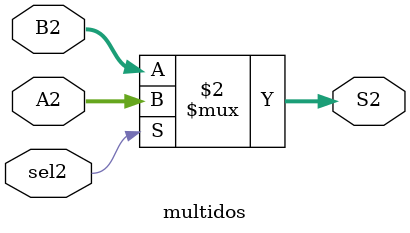
<source format=v>
`timescale 1ns/1ns
module multidos(
    input sel2,
    input [31:0] A2,
    input [31:0] B2,
    output reg [31:0] S2
);

always @(*) begin
    S2 = sel2 ? A2 : B2;
end

endmodule

</source>
